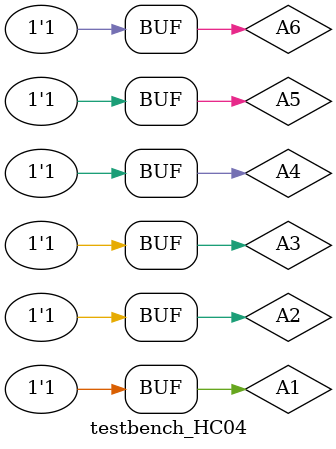
<source format=v>
`timescale 1ns/1ns
module testbench_HC04;
	reg A1, A2, A3, A4, A5, A6;		
	
	wire Y1, Y2, Y3, Y4, Y5, Y6;
	
	HC_04 test_HC_04(A1, A2, A3, A4, A5, A6, Y1, Y2, Y3, Y4, Y5, Y6);

	initial
		begin
			A1 = 0; A2 = 0; A3 = 0; A4 = 0; A5 = 0; A6 = 0; 
			#20 A1 = 1; A2 = 1; A3 = 1; A4 = 1; A5 = 1; A6 = 1; 
			
		end
		
endmodule
</source>
